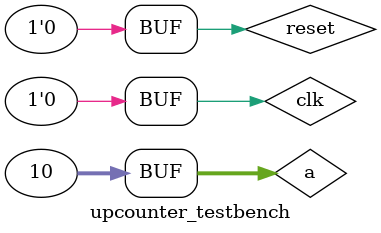
<source format=v>
module up_counter(input clk, reset, output[3:0] counter ); 
reg [3:0] counter_up; // up counter 
always @(posedge clk or posedge reset) 
begin 	
	if(reset) 
		counter_up <= 4'd0;    // counter_down <= 4‘hf; 
	else 
		counter_up <= counter_up + 4'd1; 
	         // counter_down <= counter_down - 4‘f1; 
end 
assign counter = counter_up; 
endmodule


// Code your design here
module upcounter_testbench; 
reg clk, reset; 
wire [3:0] counter; 
integer a;

up_counter dut(clk, reset, counter); 

initial begin 
clk=0; 
for( a=0;a<10;a++) 
#10 clk = ~clk; 
end 

initial begin 
$display("time\tclk\treset\tcounter");
$monitor("%0t\t%b\t%b\t%b",$time,clk,reset,counter); 
reset=1; 
#20 
reset=0; 
end 
endmodule
</source>
